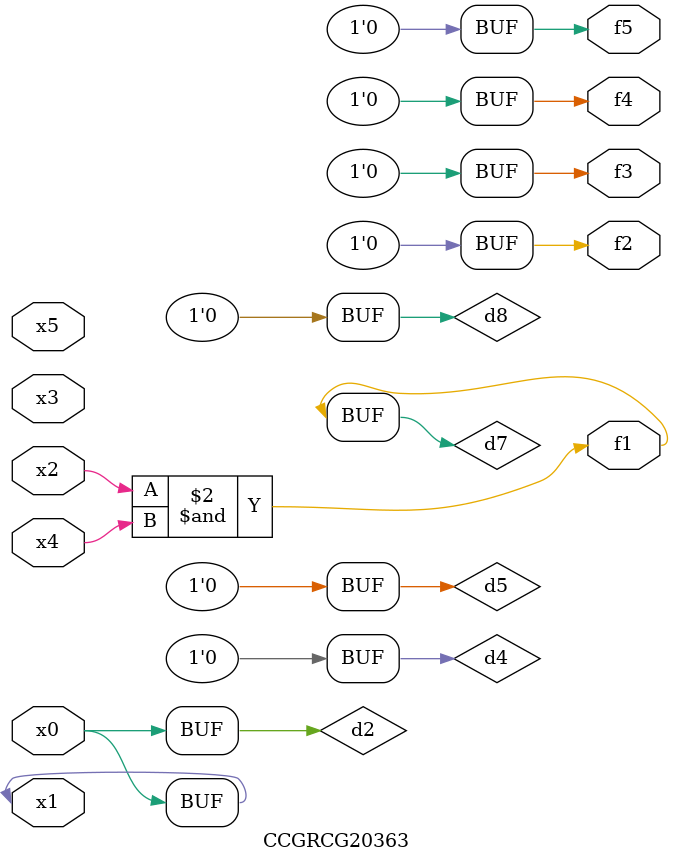
<source format=v>
module CCGRCG20363(
	input x0, x1, x2, x3, x4, x5,
	output f1, f2, f3, f4, f5
);

	wire d1, d2, d3, d4, d5, d6, d7, d8, d9;

	nand (d1, x1);
	buf (d2, x0, x1);
	nand (d3, x2, x4);
	and (d4, d1, d2);
	and (d5, d1, d2);
	nand (d6, d1, d3);
	not (d7, d3);
	xor (d8, d5);
	nor (d9, d5, d6);
	assign f1 = d7;
	assign f2 = d8;
	assign f3 = d8;
	assign f4 = d8;
	assign f5 = d8;
endmodule

</source>
